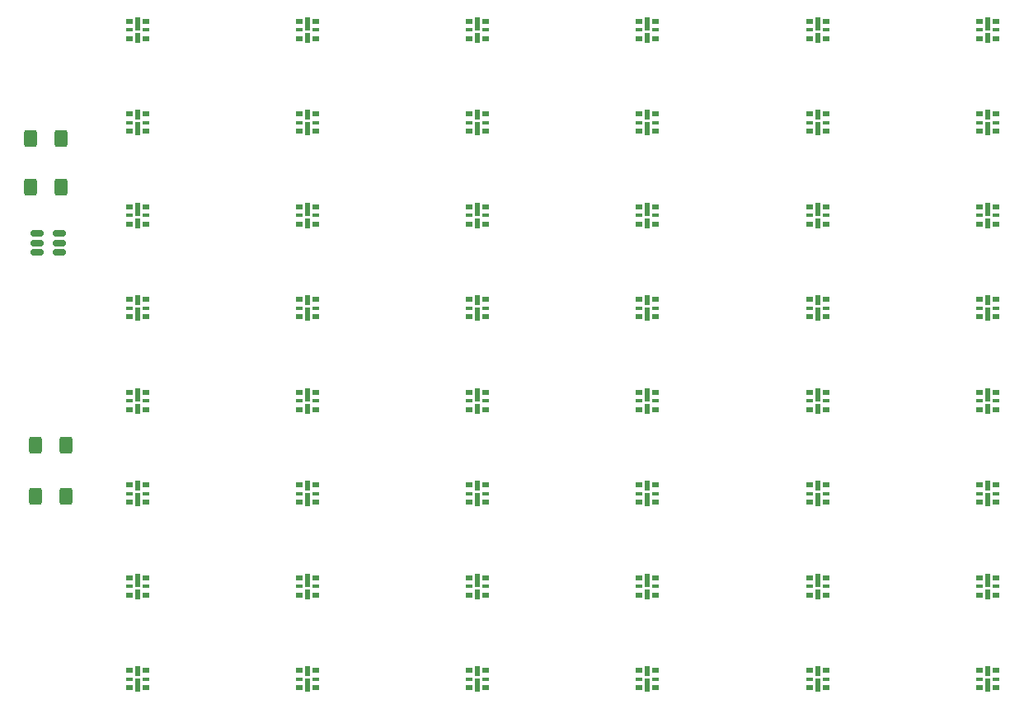
<source format=gbr>
%TF.GenerationSoftware,KiCad,Pcbnew,(6.0.7)*%
%TF.CreationDate,2022-11-11T00:25:46-08:00*%
%TF.ProjectId,LED_Board_s_,4c45445f-426f-4617-9264-5f735f2e6b69,rev?*%
%TF.SameCoordinates,Original*%
%TF.FileFunction,Paste,Top*%
%TF.FilePolarity,Positive*%
%FSLAX46Y46*%
G04 Gerber Fmt 4.6, Leading zero omitted, Abs format (unit mm)*
G04 Created by KiCad (PCBNEW (6.0.7)) date 2022-11-11 00:25:46*
%MOMM*%
%LPD*%
G01*
G04 APERTURE LIST*
G04 Aperture macros list*
%AMRoundRect*
0 Rectangle with rounded corners*
0 $1 Rounding radius*
0 $2 $3 $4 $5 $6 $7 $8 $9 X,Y pos of 4 corners*
0 Add a 4 corners polygon primitive as box body*
4,1,4,$2,$3,$4,$5,$6,$7,$8,$9,$2,$3,0*
0 Add four circle primitives for the rounded corners*
1,1,$1+$1,$2,$3*
1,1,$1+$1,$4,$5*
1,1,$1+$1,$6,$7*
1,1,$1+$1,$8,$9*
0 Add four rect primitives between the rounded corners*
20,1,$1+$1,$2,$3,$4,$5,0*
20,1,$1+$1,$4,$5,$6,$7,0*
20,1,$1+$1,$6,$7,$8,$9,0*
20,1,$1+$1,$8,$9,$2,$3,0*%
G04 Aperture macros list end*
%ADD10R,0.800000X0.500000*%
%ADD11R,0.500000X1.000000*%
%ADD12R,0.800000X0.300000*%
%ADD13R,0.500000X1.480000*%
%ADD14RoundRect,0.250000X-0.400000X-0.625000X0.400000X-0.625000X0.400000X0.625000X-0.400000X0.625000X0*%
%ADD15RoundRect,0.150000X-0.512500X-0.150000X0.512500X-0.150000X0.512500X0.150000X-0.512500X0.150000X0*%
G04 APERTURE END LIST*
D10*
%TO.C,D32*%
X237147893Y-147360393D03*
D11*
X237997893Y-147430393D03*
D12*
X237147893Y-148260393D03*
D10*
X237147893Y-149160393D03*
X238847893Y-149160393D03*
D12*
X238847893Y-148260393D03*
D13*
X237997893Y-148850393D03*
D10*
X238847893Y-147360393D03*
%TD*%
D14*
%TO.C,R2*%
X157700000Y-143250000D03*
X160800000Y-143250000D03*
%TD*%
D11*
%TO.C,D44*%
X237997893Y-166480393D03*
D10*
X237147893Y-166410393D03*
D12*
X237147893Y-167310393D03*
D10*
X237147893Y-168210393D03*
X238847893Y-168210393D03*
D12*
X238847893Y-167310393D03*
D10*
X238847893Y-166410393D03*
D13*
X237997893Y-167900393D03*
%TD*%
D11*
%TO.C,D15*%
X203077893Y-120515393D03*
D10*
X203927893Y-120585393D03*
D12*
X203927893Y-119685393D03*
D10*
X203927893Y-118785393D03*
X202227893Y-118785393D03*
D12*
X202227893Y-119685393D03*
D10*
X202227893Y-120585393D03*
D13*
X203077893Y-119095393D03*
%TD*%
D14*
%TO.C,R4*%
X157700000Y-148500000D03*
X160800000Y-148500000D03*
%TD*%
D10*
%TO.C,D10*%
X202227893Y-109260393D03*
D11*
X203077893Y-109330393D03*
D12*
X202227893Y-110160393D03*
D10*
X202227893Y-111060393D03*
X203927893Y-111060393D03*
D12*
X203927893Y-110160393D03*
D13*
X203077893Y-110750393D03*
D10*
X203927893Y-109260393D03*
%TD*%
%TO.C,D13*%
X169007893Y-120585393D03*
D11*
X168157893Y-120515393D03*
D12*
X169007893Y-119685393D03*
D10*
X169007893Y-118785393D03*
X167307893Y-118785393D03*
D12*
X167307893Y-119685393D03*
D10*
X167307893Y-120585393D03*
D13*
X168157893Y-119095393D03*
%TD*%
D11*
%TO.C,D33*%
X220537893Y-147430393D03*
D10*
X219687893Y-147360393D03*
D12*
X219687893Y-148260393D03*
D10*
X219687893Y-149160393D03*
X221387893Y-149160393D03*
D12*
X221387893Y-148260393D03*
D13*
X220537893Y-148850393D03*
D10*
X221387893Y-147360393D03*
%TD*%
D11*
%TO.C,D20*%
X237997893Y-128380393D03*
D10*
X237147893Y-128310393D03*
D12*
X237147893Y-129210393D03*
D10*
X237147893Y-130110393D03*
X238847893Y-130110393D03*
D12*
X238847893Y-129210393D03*
D10*
X238847893Y-128310393D03*
D13*
X237997893Y-129800393D03*
%TD*%
D10*
%TO.C,D48*%
X167307893Y-166410393D03*
D11*
X168157893Y-166480393D03*
D12*
X167307893Y-167310393D03*
D10*
X167307893Y-168210393D03*
X169007893Y-168210393D03*
D12*
X169007893Y-167310393D03*
D13*
X168157893Y-167900393D03*
D10*
X169007893Y-166410393D03*
%TD*%
%TO.C,D17*%
X238847893Y-120585393D03*
D11*
X237997893Y-120515393D03*
D12*
X238847893Y-119685393D03*
D10*
X238847893Y-118785393D03*
X237147893Y-118785393D03*
D12*
X237147893Y-119685393D03*
D13*
X237997893Y-119095393D03*
D10*
X237147893Y-120585393D03*
%TD*%
%TO.C,D46*%
X202227893Y-166410393D03*
D11*
X203077893Y-166480393D03*
D12*
X202227893Y-167310393D03*
D10*
X202227893Y-168210393D03*
X203927893Y-168210393D03*
D12*
X203927893Y-167310393D03*
D13*
X203077893Y-167900393D03*
D10*
X203927893Y-166410393D03*
%TD*%
%TO.C,D43*%
X254607893Y-166410393D03*
D11*
X255457893Y-166480393D03*
D12*
X254607893Y-167310393D03*
D10*
X254607893Y-168210393D03*
X256307893Y-168210393D03*
D12*
X256307893Y-167310393D03*
D13*
X255457893Y-167900393D03*
D10*
X256307893Y-166410393D03*
%TD*%
%TO.C,D11*%
X184767893Y-109260393D03*
D11*
X185617893Y-109330393D03*
D12*
X184767893Y-110160393D03*
D10*
X184767893Y-111060393D03*
X186467893Y-111060393D03*
D12*
X186467893Y-110160393D03*
D10*
X186467893Y-109260393D03*
D13*
X185617893Y-110750393D03*
%TD*%
D11*
%TO.C,D40*%
X220537893Y-158615393D03*
D10*
X221387893Y-158685393D03*
D12*
X221387893Y-157785393D03*
D10*
X221387893Y-156885393D03*
X219687893Y-156885393D03*
D12*
X219687893Y-157785393D03*
D10*
X219687893Y-158685393D03*
D13*
X220537893Y-157195393D03*
%TD*%
D10*
%TO.C,D39*%
X203927893Y-158685393D03*
D11*
X203077893Y-158615393D03*
D12*
X203927893Y-157785393D03*
D10*
X203927893Y-156885393D03*
X202227893Y-156885393D03*
D12*
X202227893Y-157785393D03*
D13*
X203077893Y-157195393D03*
D10*
X202227893Y-158685393D03*
%TD*%
%TO.C,D34*%
X202227893Y-147360393D03*
D11*
X203077893Y-147430393D03*
D12*
X202227893Y-148260393D03*
D10*
X202227893Y-149160393D03*
X203927893Y-149160393D03*
D12*
X203927893Y-148260393D03*
D13*
X203077893Y-148850393D03*
D10*
X203927893Y-147360393D03*
%TD*%
D11*
%TO.C,D31*%
X255457893Y-147430393D03*
D10*
X254607893Y-147360393D03*
D12*
X254607893Y-148260393D03*
D10*
X254607893Y-149160393D03*
X256307893Y-149160393D03*
D12*
X256307893Y-148260393D03*
D10*
X256307893Y-147360393D03*
D13*
X255457893Y-148850393D03*
%TD*%
D11*
%TO.C,D21*%
X220537893Y-128380393D03*
D10*
X219687893Y-128310393D03*
D12*
X219687893Y-129210393D03*
D10*
X219687893Y-130110393D03*
X221387893Y-130110393D03*
D12*
X221387893Y-129210393D03*
D10*
X221387893Y-128310393D03*
D13*
X220537893Y-129800393D03*
%TD*%
D11*
%TO.C,D16*%
X220537893Y-120515393D03*
D10*
X221387893Y-120585393D03*
D12*
X221387893Y-119685393D03*
D10*
X221387893Y-118785393D03*
X219687893Y-118785393D03*
D12*
X219687893Y-119685393D03*
D13*
X220537893Y-119095393D03*
D10*
X219687893Y-120585393D03*
%TD*%
D11*
%TO.C,D25*%
X168157893Y-139565393D03*
D10*
X169007893Y-139635393D03*
D12*
X169007893Y-138735393D03*
D10*
X169007893Y-137835393D03*
X167307893Y-137835393D03*
D12*
X167307893Y-138735393D03*
D13*
X168157893Y-138145393D03*
D10*
X167307893Y-139635393D03*
%TD*%
%TO.C,D4*%
X221387893Y-101535393D03*
D11*
X220537893Y-101465393D03*
D12*
X221387893Y-100635393D03*
D10*
X221387893Y-99735393D03*
X219687893Y-99735393D03*
D12*
X219687893Y-100635393D03*
D10*
X219687893Y-101535393D03*
D13*
X220537893Y-100045393D03*
%TD*%
D10*
%TO.C,D7*%
X254607893Y-109260393D03*
D11*
X255457893Y-109330393D03*
D12*
X254607893Y-110160393D03*
D10*
X254607893Y-111060393D03*
X256307893Y-111060393D03*
D12*
X256307893Y-110160393D03*
D13*
X255457893Y-110750393D03*
D10*
X256307893Y-109260393D03*
%TD*%
D14*
%TO.C,R3*%
X157200000Y-111750000D03*
X160300000Y-111750000D03*
%TD*%
D10*
%TO.C,D6*%
X256307893Y-101535393D03*
D11*
X255457893Y-101465393D03*
D12*
X256307893Y-100635393D03*
D10*
X256307893Y-99735393D03*
X254607893Y-99735393D03*
D12*
X254607893Y-100635393D03*
D10*
X254607893Y-101535393D03*
D13*
X255457893Y-100045393D03*
%TD*%
D10*
%TO.C,D1*%
X169007893Y-101535393D03*
D11*
X168157893Y-101465393D03*
D12*
X169007893Y-100635393D03*
D10*
X169007893Y-99735393D03*
X167307893Y-99735393D03*
D12*
X167307893Y-100635393D03*
D13*
X168157893Y-100045393D03*
D10*
X167307893Y-101535393D03*
%TD*%
%TO.C,D29*%
X238847893Y-139635393D03*
D11*
X237997893Y-139565393D03*
D12*
X238847893Y-138735393D03*
D10*
X238847893Y-137835393D03*
X237147893Y-137835393D03*
D12*
X237147893Y-138735393D03*
D10*
X237147893Y-139635393D03*
D13*
X237997893Y-138145393D03*
%TD*%
D10*
%TO.C,D35*%
X184767893Y-147360393D03*
D11*
X185617893Y-147430393D03*
D12*
X184767893Y-148260393D03*
D10*
X184767893Y-149160393D03*
X186467893Y-149160393D03*
D12*
X186467893Y-148260393D03*
D10*
X186467893Y-147360393D03*
D13*
X185617893Y-148850393D03*
%TD*%
D15*
%TO.C,Q1*%
X157862500Y-121550000D03*
X157862500Y-122500000D03*
X157862500Y-123450000D03*
X160137500Y-123450000D03*
X160137500Y-122500000D03*
X160137500Y-121550000D03*
%TD*%
D11*
%TO.C,D36*%
X168157893Y-147430393D03*
D10*
X167307893Y-147360393D03*
D12*
X167307893Y-148260393D03*
D10*
X167307893Y-149160393D03*
X169007893Y-149160393D03*
D12*
X169007893Y-148260393D03*
D10*
X169007893Y-147360393D03*
D13*
X168157893Y-148850393D03*
%TD*%
D10*
%TO.C,D26*%
X186467893Y-139635393D03*
D11*
X185617893Y-139565393D03*
D12*
X186467893Y-138735393D03*
D10*
X186467893Y-137835393D03*
X184767893Y-137835393D03*
D12*
X184767893Y-138735393D03*
D13*
X185617893Y-138145393D03*
D10*
X184767893Y-139635393D03*
%TD*%
%TO.C,D38*%
X186467893Y-158685393D03*
D11*
X185617893Y-158615393D03*
D12*
X186467893Y-157785393D03*
D10*
X186467893Y-156885393D03*
X184767893Y-156885393D03*
D12*
X184767893Y-157785393D03*
D13*
X185617893Y-157195393D03*
D10*
X184767893Y-158685393D03*
%TD*%
D11*
%TO.C,D23*%
X185617893Y-128380393D03*
D10*
X184767893Y-128310393D03*
D12*
X184767893Y-129210393D03*
D10*
X184767893Y-130110393D03*
X186467893Y-130110393D03*
D12*
X186467893Y-129210393D03*
D10*
X186467893Y-128310393D03*
D13*
X185617893Y-129800393D03*
%TD*%
D10*
%TO.C,D8*%
X237147893Y-109260393D03*
D11*
X237997893Y-109330393D03*
D12*
X237147893Y-110160393D03*
D10*
X237147893Y-111060393D03*
X238847893Y-111060393D03*
D12*
X238847893Y-110160393D03*
D10*
X238847893Y-109260393D03*
D13*
X237997893Y-110750393D03*
%TD*%
D10*
%TO.C,D30*%
X256307893Y-139635393D03*
D11*
X255457893Y-139565393D03*
D12*
X256307893Y-138735393D03*
D10*
X256307893Y-137835393D03*
X254607893Y-137835393D03*
D12*
X254607893Y-138735393D03*
D10*
X254607893Y-139635393D03*
D13*
X255457893Y-138145393D03*
%TD*%
D10*
%TO.C,D18*%
X256307893Y-120585393D03*
D11*
X255457893Y-120515393D03*
D12*
X256307893Y-119685393D03*
D10*
X256307893Y-118785393D03*
X254607893Y-118785393D03*
D12*
X254607893Y-119685393D03*
D13*
X255457893Y-119095393D03*
D10*
X254607893Y-120585393D03*
%TD*%
D11*
%TO.C,D2*%
X185617893Y-101465393D03*
D10*
X186467893Y-101535393D03*
D12*
X186467893Y-100635393D03*
D10*
X186467893Y-99735393D03*
X184767893Y-99735393D03*
D12*
X184767893Y-100635393D03*
D10*
X184767893Y-101535393D03*
D13*
X185617893Y-100045393D03*
%TD*%
D11*
%TO.C,D19*%
X255457893Y-128380393D03*
D10*
X254607893Y-128310393D03*
D12*
X254607893Y-129210393D03*
D10*
X254607893Y-130110393D03*
X256307893Y-130110393D03*
D12*
X256307893Y-129210393D03*
D10*
X256307893Y-128310393D03*
D13*
X255457893Y-129800393D03*
%TD*%
D10*
%TO.C,D28*%
X221387893Y-139635393D03*
D11*
X220537893Y-139565393D03*
D12*
X221387893Y-138735393D03*
D10*
X221387893Y-137835393D03*
X219687893Y-137835393D03*
D12*
X219687893Y-138735393D03*
D10*
X219687893Y-139635393D03*
D13*
X220537893Y-138145393D03*
%TD*%
D11*
%TO.C,D12*%
X168157893Y-109330393D03*
D10*
X167307893Y-109260393D03*
D12*
X167307893Y-110160393D03*
D10*
X167307893Y-111060393D03*
X169007893Y-111060393D03*
D12*
X169007893Y-110160393D03*
D13*
X168157893Y-110750393D03*
D10*
X169007893Y-109260393D03*
%TD*%
%TO.C,D27*%
X203927893Y-139635393D03*
D11*
X203077893Y-139565393D03*
D12*
X203927893Y-138735393D03*
D10*
X203927893Y-137835393D03*
X202227893Y-137835393D03*
D12*
X202227893Y-138735393D03*
D10*
X202227893Y-139635393D03*
D13*
X203077893Y-138145393D03*
%TD*%
D10*
%TO.C,D45*%
X219687893Y-166410393D03*
D11*
X220537893Y-166480393D03*
D12*
X219687893Y-167310393D03*
D10*
X219687893Y-168210393D03*
X221387893Y-168210393D03*
D12*
X221387893Y-167310393D03*
D10*
X221387893Y-166410393D03*
D13*
X220537893Y-167900393D03*
%TD*%
D14*
%TO.C,R1*%
X157200000Y-116750000D03*
X160300000Y-116750000D03*
%TD*%
D10*
%TO.C,D14*%
X186467893Y-120585393D03*
D11*
X185617893Y-120515393D03*
D12*
X186467893Y-119685393D03*
D10*
X186467893Y-118785393D03*
X184767893Y-118785393D03*
D12*
X184767893Y-119685393D03*
D13*
X185617893Y-119095393D03*
D10*
X184767893Y-120585393D03*
%TD*%
%TO.C,D41*%
X238847893Y-158685393D03*
D11*
X237997893Y-158615393D03*
D12*
X238847893Y-157785393D03*
D10*
X238847893Y-156885393D03*
X237147893Y-156885393D03*
D12*
X237147893Y-157785393D03*
D10*
X237147893Y-158685393D03*
D13*
X237997893Y-157195393D03*
%TD*%
D10*
%TO.C,D47*%
X184767893Y-166410393D03*
D11*
X185617893Y-166480393D03*
D12*
X184767893Y-167310393D03*
D10*
X184767893Y-168210393D03*
X186467893Y-168210393D03*
D12*
X186467893Y-167310393D03*
D13*
X185617893Y-167900393D03*
D10*
X186467893Y-166410393D03*
%TD*%
%TO.C,D24*%
X167307893Y-128310393D03*
D11*
X168157893Y-128380393D03*
D12*
X167307893Y-129210393D03*
D10*
X167307893Y-130110393D03*
X169007893Y-130110393D03*
D12*
X169007893Y-129210393D03*
D10*
X169007893Y-128310393D03*
D13*
X168157893Y-129800393D03*
%TD*%
D11*
%TO.C,D42*%
X255457893Y-158615393D03*
D10*
X256307893Y-158685393D03*
D12*
X256307893Y-157785393D03*
D10*
X256307893Y-156885393D03*
X254607893Y-156885393D03*
D12*
X254607893Y-157785393D03*
D10*
X254607893Y-158685393D03*
D13*
X255457893Y-157195393D03*
%TD*%
D11*
%TO.C,D37*%
X168157893Y-158615393D03*
D10*
X169007893Y-158685393D03*
D12*
X169007893Y-157785393D03*
D10*
X169007893Y-156885393D03*
X167307893Y-156885393D03*
D12*
X167307893Y-157785393D03*
D10*
X167307893Y-158685393D03*
D13*
X168157893Y-157195393D03*
%TD*%
D10*
%TO.C,D9*%
X219687893Y-109260393D03*
D11*
X220537893Y-109330393D03*
D12*
X219687893Y-110160393D03*
D10*
X219687893Y-111060393D03*
X221387893Y-111060393D03*
D12*
X221387893Y-110160393D03*
D10*
X221387893Y-109260393D03*
D13*
X220537893Y-110750393D03*
%TD*%
D11*
%TO.C,D22*%
X203077893Y-128380393D03*
D10*
X202227893Y-128310393D03*
D12*
X202227893Y-129210393D03*
D10*
X202227893Y-130110393D03*
X203927893Y-130110393D03*
D12*
X203927893Y-129210393D03*
D10*
X203927893Y-128310393D03*
D13*
X203077893Y-129800393D03*
%TD*%
D11*
%TO.C,D3*%
X203077893Y-101465393D03*
D10*
X203927893Y-101535393D03*
D12*
X203927893Y-100635393D03*
D10*
X203927893Y-99735393D03*
X202227893Y-99735393D03*
D12*
X202227893Y-100635393D03*
D10*
X202227893Y-101535393D03*
D13*
X203077893Y-100045393D03*
%TD*%
D11*
%TO.C,D5*%
X237997893Y-101465393D03*
D10*
X238847893Y-101535393D03*
D12*
X238847893Y-100635393D03*
D10*
X238847893Y-99735393D03*
X237147893Y-99735393D03*
D12*
X237147893Y-100635393D03*
D10*
X237147893Y-101535393D03*
D13*
X237997893Y-100045393D03*
%TD*%
M02*

</source>
